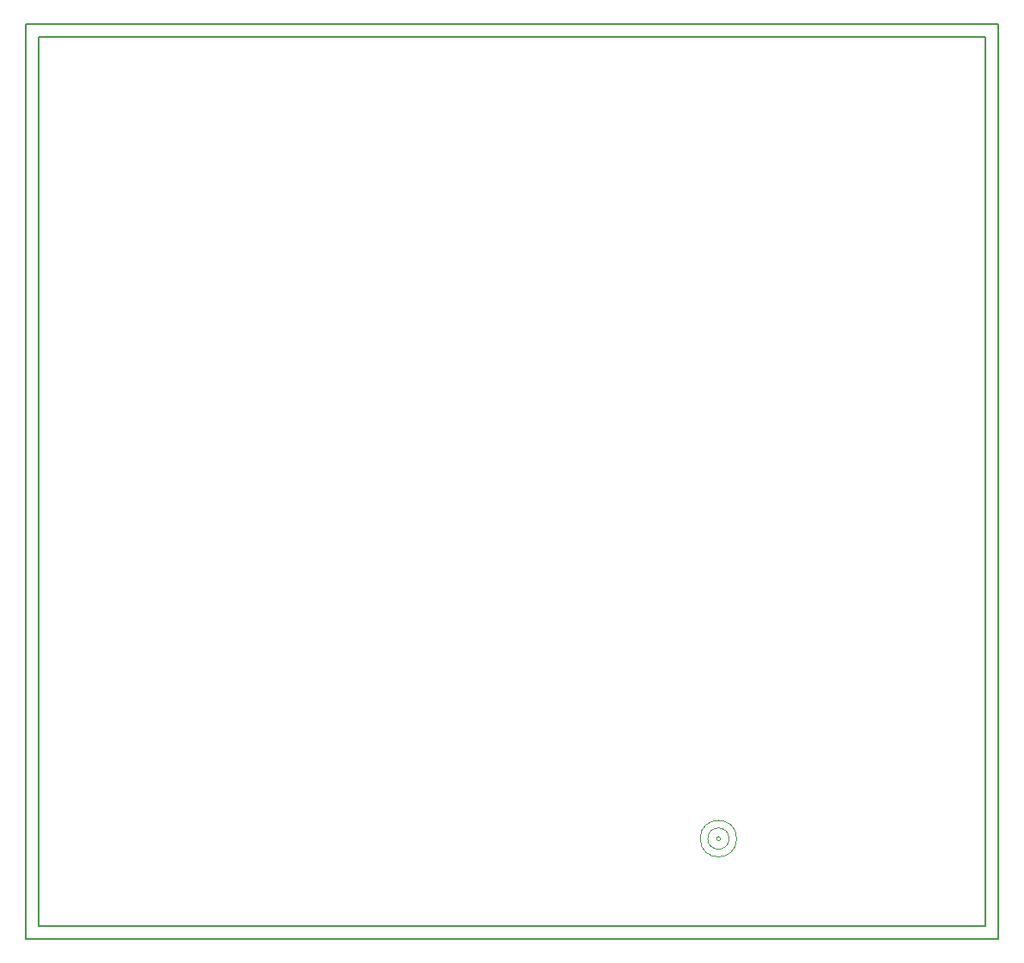
<source format=gko>
%FSAX24Y24*%
%MOIN*%
G70*
G01*
G75*
G04 Layer_Color=16711935*
%ADD10C,0.0394*%
%ADD11C,0.0276*%
%ADD12R,0.0630X0.0709*%
%ADD13R,0.0433X0.0394*%
%ADD14R,0.0394X0.0433*%
%ADD15R,0.0591X0.1457*%
%ADD16R,0.0866X0.0236*%
%ADD17R,0.0866X0.0236*%
%ADD18R,0.0807X0.0532*%
%ADD19R,0.0532X0.0807*%
%ADD20R,0.0709X0.0630*%
%ADD21R,0.1014X0.0748*%
%ADD22R,0.0453X0.0236*%
%ADD23R,0.0650X0.0118*%
%ADD24R,0.0630X0.0118*%
%ADD25R,0.0591X0.0335*%
%ADD26R,0.0335X0.0591*%
%ADD27C,0.1969*%
%ADD28R,0.0315X0.0118*%
%ADD29C,0.0315*%
%ADD30C,0.0197*%
%ADD31C,0.0236*%
%ADD32C,0.0472*%
%ADD33C,0.0118*%
%ADD34C,0.0157*%
%ADD35C,0.0591*%
%ADD36R,0.1378X0.0565*%
%ADD37R,0.0945X0.1024*%
%ADD38R,0.0823X0.0266*%
%ADD39R,0.0866X0.0108*%
%ADD40R,0.0591X0.0630*%
%ADD41R,0.2520X0.2480*%
%ADD42C,0.0010*%
%ADD43C,0.0080*%
%ADD44R,0.0591X0.0591*%
%ADD45C,0.0591*%
%ADD46C,0.0984*%
%ADD47C,0.0620*%
%ADD48R,0.0620X0.0620*%
%ADD49C,0.2500*%
%ADD50C,0.0236*%
%ADD51C,0.0472*%
%ADD52C,0.0315*%
%ADD53R,0.0315X0.0630*%
%ADD54R,0.0827X0.1181*%
%ADD55O,0.0118X0.0709*%
%ADD56O,0.0709X0.0118*%
%ADD57R,0.0394X0.0374*%
%ADD58R,0.3307X0.3307*%
%ADD59C,0.0098*%
%ADD60C,0.0079*%
%ADD61C,0.0080*%
%ADD62C,0.0100*%
%ADD63R,0.0710X0.0789*%
%ADD64R,0.0513X0.0474*%
%ADD65R,0.0474X0.0513*%
%ADD66R,0.0671X0.1537*%
%ADD67R,0.0946X0.0316*%
%ADD68R,0.0946X0.0316*%
%ADD69R,0.0887X0.0612*%
%ADD70R,0.0612X0.0887*%
%ADD71R,0.0789X0.0710*%
%ADD72R,0.1094X0.0828*%
%ADD73R,0.0533X0.0316*%
%ADD74R,0.0730X0.0198*%
%ADD75R,0.0710X0.0198*%
%ADD76R,0.0671X0.0415*%
%ADD77R,0.0415X0.0671*%
%ADD78C,0.2049*%
%ADD79R,0.0395X0.0198*%
%ADD80R,0.0671X0.0671*%
%ADD81C,0.0671*%
%ADD82C,0.1064*%
%ADD83C,0.0700*%
%ADD84R,0.0700X0.0700*%
%ADD85C,0.2580*%
%ADD86C,0.0316*%
%ADD87C,0.0552*%
%ADD88C,0.0395*%
%ADD89R,0.0395X0.0710*%
%ADD90R,0.0907X0.1261*%
%ADD91O,0.0198X0.0789*%
%ADD92O,0.0789X0.0198*%
%ADD93R,0.0474X0.0454*%
%ADD94C,0.0140*%
%ADD95C,0.0039*%
D42*
X067598Y063898D02*
G03*
X067598Y063898I-000709J000000D01*
G01*
X067303D02*
G03*
X067303Y063898I-000413J000000D01*
G01*
X066968D02*
G03*
X066968Y063898I-000079J000000D01*
G01*
D43*
X040500Y060500D02*
X077252D01*
X040500Y095000D02*
X077252D01*
Y060500D02*
Y095000D01*
X040500Y060500D02*
Y095000D01*
X040000Y060000D02*
X077752D01*
X040000Y095500D02*
X077752D01*
Y060000D02*
Y095500D01*
X040000Y060000D02*
Y095500D01*
M02*

</source>
